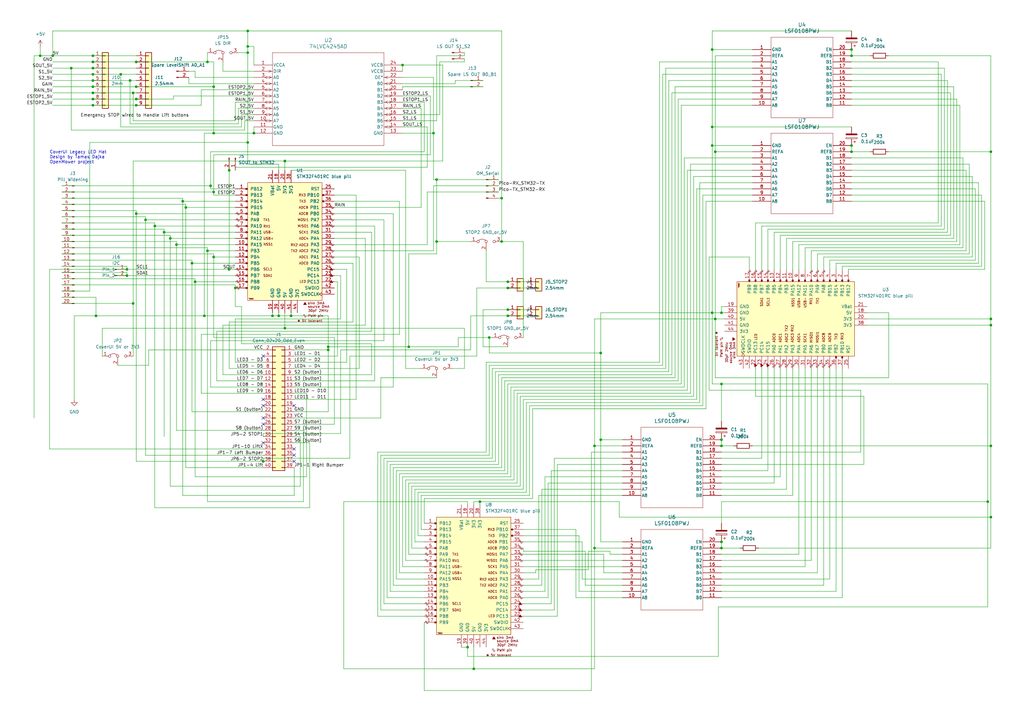
<source format=kicad_sch>
(kicad_sch (version 20231120) (generator "eeschema") (generator_version "8.0")
  (paper "A3")
  (junction (at 21.59 22.86))
  (junction (at 83.82 129.54))
  (junction (at 293.37 62.23))
  (junction (at 54.61 38.1))
  (junction (at 205.74 99.06))
  (junction (at 295.91 128.27))
  (junction (at 16.51 22.86))
  (junction (at 101.6 19.05))
  (junction (at 406.4 212.09))
  (junction (at 87.63 54.61))
  (junction (at 167.64 142.24))
  (junction (at 87.63 105.41))
  (junction (at 38.1 38.1))
  (junction (at 69.85 97.79))
  (junction (at 406.4 62.23))
  (junction (at 295.91 182.88))
  (junction (at 191.77 265.43))
  (junction (at 406.4 130.81))
  (junction (at 85.09 102.87))
  (junction (at 405.13 205.74))
  (junction (at 67.31 95.25))
  (junction (at 101.6 21.59))
  (junction (at 406.4 182.88))
  (junction (at 116.84 134.62))
  (junction (at 208.28 115.57))
  (junction (at 114.3 129.54))
  (junction (at 107.95 189.23))
  (junction (at 93.98 110.49))
  (junction (at 87.63 78.74))
  (junction (at 101.6 12.7))
  (junction (at 87.63 35.56))
  (junction (at 55.88 87.63))
  (junction (at 76.2 85.09))
  (junction (at 55.88 43.18))
  (junction (at 177.8 54.61))
  (junction (at 86.36 76.2))
  (junction (at 38.1 33.02))
  (junction (at 349.25 62.23))
  (junction (at 246.38 180.34))
  (junction (at 53.34 33.02))
  (junction (at 243.84 182.88))
  (junction (at 78.74 107.95))
  (junction (at 93.98 69.85))
  (junction (at 295.91 180.34))
  (junction (at 292.1 20.32))
  (junction (at 179.07 99.06))
  (junction (at 52.07 110.49))
  (junction (at 295.91 224.79))
  (junction (at 292.1 59.69))
  (junction (at 208.28 118.11))
  (junction (at 29.21 27.94))
  (junction (at 165.1 26.67))
  (junction (at 101.6 58.42))
  (junction (at 208.28 127))
  (junction (at 134.62 142.24))
  (junction (at 96.52 118.11))
  (junction (at 52.07 113.03))
  (junction (at 205.74 81.28))
  (junction (at 246.38 144.78))
  (junction (at 54.61 124.46))
  (junction (at 116.84 66.04))
  (junction (at 196.85 205.74))
  (junction (at 38.1 22.86))
  (junction (at 85.09 25.4))
  (junction (at 208.28 129.54))
  (junction (at 38.1 40.64))
  (junction (at 292.1 52.07))
  (junction (at 179.07 73.66))
  (junction (at 74.93 82.55))
  (junction (at 243.84 224.79))
  (junction (at 293.37 130.81))
  (junction (at 59.69 90.17))
  (junction (at 39.37 129.54))
  (junction (at 38.1 27.94))
  (junction (at 72.39 100.33))
  (junction (at 80.01 115.57))
  (junction (at 38.1 30.48))
  (junction (at 104.14 54.61))
  (junction (at 200.66 138.43))
  (junction (at 111.76 129.54))
  (junction (at 55.88 35.56))
  (junction (at 119.38 129.54))
  (junction (at 349.25 20.32))
  (junction (at 38.1 43.18))
  (junction (at 292.1 128.27))
  (junction (at 194.31 274.32))
  (junction (at 49.53 30.48))
  (junction (at 38.1 25.4))
  (junction (at 55.88 40.64))
  (junction (at 406.4 133.35))
  (junction (at 55.88 25.4))
  (junction (at 349.25 22.86))
  (junction (at 295.91 222.25))
  (junction (at 134.62 143.51))
  (junction (at 349.25 59.69))
  (junction (at 63.5 92.71))
  (junction (at 38.1 35.56))
  (junction (at 295.91 157.48))
  (no_connect (at 107.95 173.99))
  (no_connect (at 107.95 181.61))
  (no_connect (at 120.65 186.69))
  (no_connect (at 107.95 146.05))
  (no_connect (at 107.95 163.83))
  (no_connect (at 120.65 189.23))
  (no_connect (at 120.65 184.15))
  (no_connect (at 107.95 171.45))
  (no_connect (at 107.95 166.37))
  (no_connect (at 120.65 166.37))
  (wire (pts (xy 292.1 52.07) (xy 349.25 52.07)))
  (wire (pts (xy 152.4 95.25) (xy 152.4 135.89)))
  (wire (pts (xy 340.36 110.49) (xy 340.36 106.68)))
  (wire (pts (xy 165.1 49.53) (xy 179.07 49.53)))
  (wire (pts (xy 137.16 97.79) (xy 149.86 97.79)))
  (wire (pts (xy 101.6 21.59) (xy 101.6 58.42)))
  (wire (pts (xy 179.07 104.14) (xy 167.64 104.14)))
  (wire (pts (xy 295.91 234.95) (xy 335.28 234.95)))
  (wire (pts (xy 317.5 151.13) (xy 317.5 198.12)))
  (wire (pts (xy 279.4 157.48) (xy 208.28 157.48)))
  (wire (pts (xy 392.43 40.64) (xy 392.43 99.06)))
  (wire (pts (xy 349.25 40.64) (xy 392.43 40.64)))
  (wire (pts (xy 82.55 161.29) (xy 107.95 161.29)))
  (wire (pts (xy 287.02 74.93) (xy 287.02 165.1)))
  (wire (pts (xy 149.86 133.35) (xy 91.44 133.35)))
  (wire (pts (xy 116.84 66.04) (xy 116.84 69.85)))
  (wire (pts (xy 13.97 22.86) (xy 13.97 171.45)))
  (wire (pts (xy 406.4 130.81) (xy 406.4 133.35)))
  (wire (pts (xy 364.49 62.23) (xy 406.4 62.23)))
  (wire (pts (xy 295.91 125.73) (xy 295.91 128.27)))
  (wire (pts (xy 97.79 44.45) (xy 104.14 44.45)))
  (wire (pts (xy 120.65 148.59) (xy 142.24 148.59)))
  (wire (pts (xy 16.51 22.86) (xy 21.59 22.86)))
  (wire (pts (xy 82.55 36.83) (xy 104.14 36.83)))
  (wire (pts (xy 120.65 161.29) (xy 125.73 161.29)))
  (wire (pts (xy 21.59 30.48) (xy 38.1 30.48)))
  (wire (pts (xy 86.36 76.2) (xy 86.36 62.23)))
  (wire (pts (xy 46.99 113.03) (xy 52.07 113.03)))
  (wire (pts (xy 165.1 34.29) (xy 186.69 34.29)))
  (wire (pts (xy 214.63 252.73) (xy 228.6 252.73)))
  (wire (pts (xy 283.21 67.31) (xy 283.21 161.29)))
  (wire (pts (xy 289.56 82.55) (xy 308.61 82.55)))
  (wire (pts (xy 311.15 224.79) (xy 406.4 224.79)))
  (wire (pts (xy 355.6 128.27) (xy 364.49 128.27)))
  (wire (pts (xy 295.91 237.49) (xy 340.36 237.49)))
  (wire (pts (xy 166.37 69.85) (xy 166.37 151.13)))
  (wire (pts (xy 247.65 227.33) (xy 247.65 234.95)))
  (wire (pts (xy 388.62 95.25) (xy 388.62 33.02)))
  (wire (pts (xy 54.61 49.53) (xy 54.61 38.1)))
  (wire (pts (xy 190.5 25.4) (xy 190.5 24.13)))
  (wire (pts (xy 292.1 128.27) (xy 246.38 128.27)))
  (wire (pts (xy 327.66 227.33) (xy 327.66 151.13)))
  (wire (pts (xy 217.17 203.2) (xy 217.17 166.37)))
  (wire (pts (xy 38.1 43.18) (xy 55.88 43.18)))
  (wire (pts (xy 168.91 199.39) (xy 168.91 224.79)))
  (wire (pts (xy 96.52 118.11) (xy 96.52 125.73)))
  (wire (pts (xy 270.51 25.4) (xy 308.61 25.4)))
  (wire (pts (xy 52.07 109.22) (xy 52.07 110.49)))
  (wire (pts (xy 349.25 20.32) (xy 349.25 22.86)))
  (wire (pts (xy 55.88 189.23) (xy 107.95 189.23)))
  (wire (pts (xy 93.98 110.49) (xy 96.52 110.49)))
  (wire (pts (xy 55.88 35.56) (xy 87.63 35.56)))
  (wire (pts (xy 293.37 130.81) (xy 297.18 130.81)))
  (wire (pts (xy 288.29 80.01) (xy 308.61 80.01)))
  (wire (pts (xy 160.02 190.5) (xy 204.47 190.5)))
  (wire (pts (xy 80.01 29.21) (xy 77.47 29.21)))
  (wire (pts (xy 208.28 129.54) (xy 215.9 129.54)))
  (wire (pts (xy 203.2 152.4) (xy 203.2 189.23)))
  (wire (pts (xy 25.4 81.28) (xy 74.93 81.28)))
  (wire (pts (xy 179.07 49.53) (xy 179.07 22.86)))
  (wire (pts (xy 295.91 190.5) (xy 354.33 190.5)))
  (wire (pts (xy 275.59 38.1) (xy 308.61 38.1)))
  (wire (pts (xy 38.1 25.4) (xy 55.88 25.4)))
  (wire (pts (xy 240.03 226.06) (xy 240.03 240.03)))
  (wire (pts (xy 247.65 234.95) (xy 255.27 234.95)))
  (wire (pts (xy 100.33 49.53) (xy 104.14 49.53)))
  (wire (pts (xy 49.53 52.07) (xy 99.06 52.07)))
  (wire (pts (xy 173.99 227.33) (xy 167.64 227.33)))
  (wire (pts (xy 325.12 99.06) (xy 325.12 110.49)))
  (wire (pts (xy 139.7 177.8) (xy 139.7 143.51)))
  (wire (pts (xy 292.1 52.07) (xy 292.1 20.32)))
  (wire (pts (xy 96.52 68.58) (xy 96.52 69.85)))
  (wire (pts (xy 349.25 25.4) (xy 384.81 25.4)))
  (wire (pts (xy 214.63 200.66) (xy 214.63 163.83)))
  (wire (pts (xy 53.34 33.02) (xy 53.34 50.8)))
  (wire (pts (xy 116.84 134.62) (xy 190.5 134.62)))
  (wire (pts (xy 246.38 128.27) (xy 246.38 144.78)))
  (wire (pts (xy 400.05 106.68) (xy 400.05 77.47)))
  (wire (pts (xy 21.59 33.02) (xy 38.1 33.02)))
  (wire (pts (xy 208.28 115.57) (xy 215.9 115.57)))
  (wire (pts (xy 295.91 227.33) (xy 327.66 227.33)))
  (wire (pts (xy 295.91 185.42) (xy 353.06 185.42)))
  (wire (pts (xy 237.49 242.57) (xy 255.27 242.57)))
  (wire (pts (xy 137.16 113.03) (xy 139.7 113.03)))
  (wire (pts (xy 25.4 86.36) (xy 55.88 86.36)))
  (wire (pts (xy 287.02 74.93) (xy 308.61 74.93)))
  (wire (pts (xy 85.09 21.59) (xy 85.09 25.4)))
  (wire (pts (xy 137.16 90.17) (xy 157.48 90.17)))
  (wire (pts (xy 86.36 139.7) (xy 86.36 158.75)))
  (wire (pts (xy 308.61 27.94) (xy 273.05 27.94)))
  (wire (pts (xy 86.36 77.47) (xy 86.36 76.2)))
  (wire (pts (xy 177.8 31.75) (xy 177.8 54.61)))
  (wire (pts (xy 137.16 82.55) (xy 163.83 82.55)))
  (wire (pts (xy 295.91 222.25) (xy 295.91 224.79)))
  (wire (pts (xy 165.1 31.75) (xy 177.8 31.75)))
  (wire (pts (xy 285.75 77.47) (xy 285.75 163.83)))
  (wire (pts (xy 177.8 76.2) (xy 204.47 76.2)))
  (wire (pts (xy 177.8 73.66) (xy 179.07 73.66)))
  (wire (pts (xy 82.55 137.16) (xy 82.55 161.29)))
  (wire (pts (xy 85.09 25.4) (xy 87.63 25.4)))
  (wire (pts (xy 288.29 166.37) (xy 288.29 80.01)))
  (wire (pts (xy 156.21 250.19) (xy 173.99 250.19)))
  (wire (pts (xy 29.21 53.34) (xy 100.33 53.34)))
  (wire (pts (xy 96.52 115.57) (xy 80.01 115.57)))
  (wire (pts (xy 157.48 187.96) (xy 201.93 187.96)))
  (wire (pts (xy 349.25 82.55) (xy 403.86 82.55)))
  (wire (pts (xy 137.16 107.95) (xy 144.78 107.95)))
  (wire (pts (xy 60.96 149.86) (xy 48.26 149.86)))
  (wire (pts (xy 172.72 44.45) (xy 172.72 85.09)))
  (wire (pts (xy 255.27 187.96) (xy 227.33 187.96)))
  (wire (pts (xy 165.1 26.67) (xy 181.61 26.67)))
  (wire (pts (xy 36.83 58.42) (xy 101.6 58.42)))
  (wire (pts (xy 41.91 134.62) (xy 41.91 146.05)))
  (wire (pts (xy 137.16 80.01) (xy 146.05 80.01)))
  (wire (pts (xy 176.53 39.37) (xy 176.53 63.5)))
  (wire (pts (xy 25.4 114.3) (xy 80.01 114.3)))
  (wire (pts (xy 80.01 29.21) (xy 80.01 31.75)))
  (wire (pts (xy 403.86 82.55) (xy 403.86 110.49)))
  (wire (pts (xy 220.98 237.49) (xy 220.98 203.2)))
  (wire (pts (xy 198.12 142.24) (xy 198.12 127)))
  (wire (pts (xy 97.79 50.8) (xy 97.79 44.45)))
  (wire (pts (xy 93.98 132.08) (xy 93.98 151.13)))
  (wire (pts (xy 163.83 82.55) (xy 163.83 137.16)))
  (wire (pts (xy 393.7 100.33) (xy 393.7 43.18)))
  (wire (pts (xy 289.56 167.64) (xy 218.44 167.64)))
  (wire (pts (xy 166.37 151.13) (xy 172.72 151.13)))
  (wire (pts (xy 149.86 97.79) (xy 149.86 133.35)))
  (wire (pts (xy 295.91 182.88) (xy 300.99 182.88)))
  (wire (pts (xy 63.5 92.71) (xy 63.5 208.28)))
  (wire (pts (xy 49.53 30.48) (xy 55.88 30.48)))
  (wire (pts (xy 198.12 127) (xy 208.28 127)))
  (wire (pts (xy 120.65 163.83) (xy 146.05 163.83)))
  (wire (pts (xy 38.1 38.1) (xy 54.61 38.1)))
  (wire (pts (xy 134.62 168.91) (xy 120.65 168.91)))
  (wire (pts (xy 312.42 110.49) (xy 312.42 92.71)))
  (wire (pts (xy 406.4 133.35) (xy 406.4 182.88)))
  (wire (pts (xy 16.51 19.05) (xy 16.51 22.86)))
  (wire (pts (xy 222.25 240.03) (xy 214.63 240.03)))
  (wire (pts (xy 38.1 40.64) (xy 55.88 40.64)))
  (wire (pts (xy 101.6 19.05) (xy 104.14 19.05)))
  (wire (pts (xy 255.27 224.79) (xy 243.84 224.79)))
  (wire (pts (xy 214.63 237.49) (xy 220.98 237.49)))
  (wire (pts (xy 292.1 128.27) (xy 292.1 157.48)))
  (wire (pts (xy 330.2 101.6) (xy 394.97 101.6)))
  (wire (pts (xy 80.01 31.75) (xy 104.14 31.75)))
  (wire (pts (xy 246.38 180.34) (xy 255.27 180.34)))
  (wire (pts (xy 270.51 148.59) (xy 270.51 25.4)))
  (wire (pts (xy 276.86 154.94) (xy 205.74 154.94)))
  (wire (pts (xy 38.1 30.48) (xy 49.53 30.48)))
  (wire (pts (xy 177.8 76.2) (xy 177.8 102.87)))
  (wire (pts (xy 236.22 217.17) (xy 236.22 245.11)))
  (wire (pts (xy 295.91 242.57) (xy 342.9 242.57)))
  (wire (pts (xy 127 208.28) (xy 63.5 208.28)))
  (wire (pts (xy 179.07 99.06) (xy 179.07 73.66)))
  (wire (pts (xy 76.2 85.09) (xy 96.52 85.09)))
  (wire (pts (xy 77.47 31.75) (xy 77.47 34.29)))
  (wire (pts (xy 87.63 25.4) (xy 87.63 35.56)))
  (wire (pts (xy 158.75 189.23) (xy 158.75 245.11)))
  (wire (pts (xy 201.93 151.13) (xy 273.05 151.13)))
  (wire (pts (xy 67.31 95.25) (xy 67.31 179.07)))
  (wire (pts (xy 271.78 30.48) (xy 308.61 30.48)))
  (wire (pts (xy 87.63 105.41) (xy 87.63 138.43)))
  (wire (pts (xy 200.66 144.78) (xy 246.38 144.78)))
  (wire (pts (xy 134.62 143.51) (xy 134.62 168.91)))
  (wire (pts (xy 107.95 148.59) (xy 96.52 148.59)))
  (wire (pts (xy 80.01 195.58) (xy 125.73 195.58)))
  (wire (pts (xy 213.36 199.39) (xy 168.91 199.39)))
  (wire (pts (xy 49.53 30.48) (xy 49.53 52.07)))
  (wire (pts (xy 107.95 187.96) (xy 107.95 189.23)))
  (wire (pts (xy 165.1 44.45) (xy 172.72 44.45)))
  (wire (pts (xy 204.47 153.67) (xy 275.59 153.67)))
  (wire (pts (xy 349.25 67.31) (xy 397.51 67.31)))
  (wire (pts (xy 322.58 151.13) (xy 322.58 200.66)))
  (wire (pts (xy 101.6 19.05) (xy 101.6 21.59)))
  (wire (pts (xy 190.5 22.86) (xy 190.5 21.59)))
  (wire (pts (xy 349.25 33.02) (xy 388.62 33.02)))
  (wire (pts (xy 205.74 154.94) (xy 205.74 191.77)))
  (wire (pts (xy 355.6 133.35) (xy 406.4 133.35)))
  (wire (pts (xy 320.04 195.58) (xy 320.04 151.13)))
  (wire (pts (xy 71.12 39.37) (xy 71.12 40.64)))
  (wire (pts (xy 403.86 110.49) (xy 347.98 110.49)))
  (wire (pts (xy 147.32 105.41) (xy 147.32 151.13)))
  (wire (pts (xy 308.61 182.88) (xy 406.4 182.88)))
  (wire (pts (xy 120.65 151.13) (xy 147.32 151.13)))
  (wire (pts (xy 384.81 91.44) (xy 309.88 91.44)))
  (wire (pts (xy 55.88 43.18) (xy 82.55 43.18)))
  (wire (pts (xy 87.63 63.5) (xy 176.53 63.5)))
  (wire (pts (xy 21.59 38.1) (xy 38.1 38.1)))
  (wire (pts (xy 274.32 33.02) (xy 308.61 33.02)))
  (wire (pts (xy 349.25 27.94) (xy 387.35 27.94)))
  (wire (pts (xy 78.74 107.95) (xy 78.74 168.91)))
  (wire (pts (xy 292.1 59.69) (xy 292.1 52.07)))
  (wire (pts (xy 210.82 160.02) (xy 210.82 196.85)))
  (wire (pts (xy 171.45 219.71) (xy 173.99 219.71)))
  (wire (pts (xy 21.59 27.94) (xy 29.21 27.94)))
  (wire (pts (xy 203.2 189.23) (xy 158.75 189.23)))
  (wire (pts (xy 240.03 240.03) (xy 255.27 240.03)))
  (wire (pts (xy 140.97 274.32) (xy 194.31 274.32)))
  (wire (pts (xy 179.07 154.94) (xy 156.21 154.94)))
  (wire (pts (xy 308.61 35.56) (xy 276.86 35.56)))
  (wire (pts (xy 179.07 99.06) (xy 179.07 104.14)))
  (wire (pts (xy 274.32 33.02) (xy 274.32 152.4)))
  (wire (pts (xy 214.63 229.87) (xy 255.27 229.87)))
  (wire (pts (xy 237.49 219.71) (xy 214.63 219.71)))
  (wire (pts (xy 157.48 247.65) (xy 157.48 187.96)))
  (wire (pts (xy 314.96 151.13) (xy 314.96 193.04)))
  (wire (pts (xy 349.25 72.39) (xy 398.78 72.39)))
  (wire (pts (xy 227.33 250.19) (xy 214.63 250.19)))
  (wire (pts (xy 349.25 59.69) (xy 349.25 62.23)))
  (wire (pts (xy 96.52 116.84) (xy 96.52 118.11)))
  (wire (pts (xy 173.99 222.25) (xy 170.18 222.25)))
  (wire (pts (xy 168.91 224.79) (xy 173.99 224.79)))
  (wire (pts (xy 387.35 93.98) (xy 314.96 93.98)))
  (wire (pts (xy 405.13 157.48) (xy 405.13 205.74)))
  (wire (pts (xy 180.34 46.99) (xy 180.34 25.4)))
  (wire (pts (xy 175.26 68.58) (xy 175.26 52.07)))
  (wire (pts (xy 349.25 30.48) (xy 386.08 30.48)))
  (wire (pts (xy 25.4 109.22) (xy 52.07 109.22)))
  (wire (pts (xy 156.21 186.69) (xy 156.21 250.19)))
  (wire (pts (xy 330.2 110.49) (xy 330.2 101.6)))
  (wire (pts (xy 154.94 252.73) (xy 154.94 185.42)))
  (wire (pts (xy 295.91 187.96) (xy 312.42 187.96)))
  (wire (pts (xy 207.01 193.04) (xy 207.01 156.21)))
  (wire (pts (xy 21.59 22.86) (xy 21.59 12.7)))
  (wire (pts (xy 214.63 232.41) (xy 255.27 232.41)))
  (wire (pts (xy 254 205.74) (xy 254 212.09)))
  (wire (pts (xy 214.63 234.95) (xy 219.71 234.95)))
  (wire (pts (xy 156.21 154.94) (xy 156.21 171.45)))
  (wire (pts (xy 240.03 226.06) (xy 214.63 226.06)))
  (wire (pts (xy 144.78 132.08) (xy 93.98 132.08)))
  (wire (pts (xy 278.13 40.64) (xy 308.61 40.64)))
  (wire (pts (xy 349.25 38.1) (xy 389.89 38.1)))
  (wire (pts (xy 386.08 30.48) (xy 386.08 92.71)))
  (wire (pts (xy 243.84 182.88) (xy 243.84 224.79)))
  (wire (pts (xy 242.57 185.42) (xy 255.27 185.42)))
  (wire (pts (xy 114.3 69.85) (xy 114.3 67.31)))
  (wire (pts (xy 271.78 30.48) (xy 271.78 149.86)))
  (wire (pts (xy 96.52 49.53) (xy 54.61 49.53)))
  (wire (pts (xy 30.48 129.54) (xy 39.37 129.54)))
  (wire (pts (xy 30.48 129.54) (xy 30.48 163.83)))
  (wire (pts (xy 220.98 203.2) (xy 255.27 203.2)))
  (wire (pts (xy 297.18 125.73) (xy 295.91 125.73)))
  (wire (pts (xy 349.25 22.86) (xy 356.87 22.86)))
  (wire (pts (xy 236.22 245.11) (xy 255.27 245.11)))
  (wire (pts (xy 241.3 233.68) (xy 219.71 233.68)))
  (wire (pts (xy 290.83 160.02) (xy 353.06 160.02)))
  (wire (pts (xy 134.62 142.24) (xy 134.62 129.54)))
  (wire (pts (xy 173.99 62.23) (xy 86.36 62.23)))
  (wire (pts (xy 173.99 232.41) (xy 165.1 232.41)))
  (wire (pts (xy 158.75 245.11) (xy 173.99 245.11)))
  (wire (pts (xy 99.06 125.73) (xy 99.06 140.97)))
  (wire (pts (xy 13.97 22.86) (xy 16.51 22.86)))
  (wire (pts (xy 21.59 35.56) (xy 38.1 35.56)))
  (wire (pts (xy 85.09 101.6) (xy 85.09 102.87)))
  (wire (pts (xy 200.66 138.43) (xy 187.96 138.43)))
  (wire (pts (xy 54.61 66.04) (xy 54.61 124.46)))
  (wire (pts (xy 217.17 166.37) (xy 288.29 166.37)))
  (wire (pts (xy 228.6 190.5) (xy 228.6 252.73)))
  (wire (pts (xy 78.74 168.91) (xy 107.95 168.91)))
  (wire (pts (xy 349.25 64.77) (xy 394.97 64.77)))
  (wire (pts (xy 88.9 135.89) (xy 88.9 156.21)))
  (wire (pts (xy 25.4 116.84) (xy 96.52 116.84)))
  (wire (pts (xy 208.28 127) (xy 215.9 127)))
  (wire (pts (xy 207.01 156.21) (xy 278.13 156.21)))
  (wire (pts (xy 273.05 27.94) (xy 273.05 151.13)))
  (wire (pts (xy 340.36 106.68) (xy 400.05 106.68)))
  (wire (pts (xy 219.71 234.95) (xy 219.71 233.68)))
  (wire (pts (xy 401.32 107.95) (xy 342.9 107.95)))
  (wire (pts (xy 289.56 82.55) (xy 289.56 167.64)))
  (wire (pts (xy 125.73 195.58) (xy 125.73 161.29)))
  (wire (pts (xy 99.06 52.07) (xy 99.06 46.99)))
  (wire (pts (xy 317.5 95.25) (xy 388.62 95.25)))
  (wire (pts (xy 124.46 205.74) (xy 124.46 176.53)))
  (wire (pts (xy 137.16 105.41) (xy 147.32 105.41)))
  (wire (pts (xy 205.74 191.77) (xy 161.29 191.77)))
  (wire (pts (xy 322.58 97.79) (xy 391.16 97.79)))
  (wire (pts (xy 308.61 22.86) (xy 293.37 22.86)))
  (wire (pts (xy 175.26 78.74) (xy 175.26 100.33)))
  (wire (pts (xy 397.51 67.31) (xy 397.51 104.14)))
  (wire (pts (xy 214.63 217.17) (xy 236.22 217.17)))
  (wire (pts (xy 54.61 124.46) (xy 54.61 146.05)))
  (wire (pts (xy 101.6 12.7) (xy 101.6 19.05)))
  (wire (pts (xy 195.58 118.11) (xy 195.58 146.05)))
  (wire (pts (xy 162.56 193.04) (xy 207.01 193.04)))
  (wire (pts (xy 195.58 118.11) (xy 208.28 118.11)))
  (wire (pts (xy 181.61 66.04) (xy 181.61 26.67)))
  (wire (pts (xy 25.4 88.9) (xy 59.69 88.9)))
  (wire (pts (xy 354.33 162.56) (xy 354.33 190.5)))
  (wire (pts (xy 335.28 151.13) (xy 335.28 234.95)))
  (wire (pts (xy 77.47 34.29) (xy 104.14 34.29)))
  (wire (pts (xy 120.65 181.61) (xy 127 181.61)))
  (wire (pts (xy 218.44 204.47) (xy 173.99 204.47)))
  (wire (pts (xy 160.02 242.57) (xy 160.02 190.5)))
  (wire (pts (xy 52.07 110.49) (xy 93.98 110.49)))
  (wire (pts (xy 170.18 200.66) (xy 214.63 200.66)))
  (wire (pts (xy 59.69 90.17) (xy 59.69 186.69)))
  (wire (pts (xy 212.09 198.12) (xy 212.09 161.29)))
  (wire (pts (xy 190.5 151.13) (xy 185.42 151.13)))
  (wire (pts (xy 59.69 90.17) (xy 96.52 90.17)))
  (wire (pts (xy 308.61 77.47) (xy 285.75 77.47)))
  (wire (pts (xy 191.77 265.43) (xy 191.77 269.24)))
  (wire (pts (xy 165.1 39.37) (xy 176.53 39.37)))
  (wire (pts (xy 161.29 87.63) (xy 161.29 158.75)))
  (wire (pts (xy 284.48 72.39) (xy 284.48 162.56)))
  (wire (pts (xy 292.1 20.32) (xy 292.1 12.7)))
  (wire (pts (xy 337.82 151.13) (xy 337.82 240.03)))
  (wire (pts (xy 332.74 229.87) (xy 332.74 151.13)))
  (wire (pts (xy 204.47 81.28) (xy 205.74 81.28)))
  (wire (pts (xy 327.66 110.49) (xy 327.66 100.33)))
  (wire (pts (xy 281.94 160.02) (xy 210.82 160.02)))
  (wire (pts (xy 295.91 128.27) (xy 292.1 128.27)))
  (wire (pts (xy 101.6 67.31) (xy 114.3 67.31)))
  (wire (pts (xy 294.64 269.24) (xy 294.64 248.92)))
  (wire (pts (xy 349.25 80.01) (xy 402.59 80.01)))
  (wire (pts (xy 179.07 73.66) (xy 204.47 73.66)))
  (wire (pts (xy 275.59 153.67) (xy 275.59 38.1)))
  (wire (pts (xy 96.52 130.81) (xy 96.52 148.59)))
  (wire (pts (xy 281.94 69.85) (xy 281.94 160.02)))
  (wire (pts (xy 96.52 125.73) (xy 99.06 125.73)))
  (wire (pts (xy 349.25 35.56) (xy 391.16 35.56)))
  (wire (pts (xy 137.16 173.99) (xy 120.65 173.99)))
  (wire (pts (xy 241.3 226.06) (xy 250.19 226.06)))
  (wire (pts (xy 212.09 161.29) (xy 283.21 161.29)))
  (wire (pts (xy 39.37 121.92) (xy 39.37 129.54)))
  (wire (pts (xy 76.2 83.82) (xy 76.2 85.09)))
  (wire (pts (xy 72.39 100.33) (xy 72.39 176.53)))
  (wire (pts (xy 120.65 158.75) (xy 161.29 158.75)))
  (wire (pts (xy 398.78 72.39) (xy 398.78 105.41)))
  (wire (pts (xy 63.5 92.71) (xy 96.52 92.71)))
  (wire (pts (xy 402.59 109.22) (xy 402.59 80.01)))
  (wire (pts (xy 349.25 43.18) (xy 393.7 43.18)))
  (wire (pts (xy 20.32 110.49) (xy 20.32 184.15)))
  (wire (pts (xy 25.4 96.52) (xy 69.85 96.52)))
  (wire (pts (xy 293.37 130.81) (xy 293.37 154.94)))
  (wire (pts (xy 166.37 196.85) (xy 166.37 229.87)))
  (wire (pts (xy 153.67 156.21) (xy 153.67 92.71)))
  (wire (pts (xy 276.86 35.56) (xy 276.86 154.94)))
  (wire (pts (xy 364.49 154.94) (xy 364.49 128.27)))
  (wire (pts (xy 88.9 135.89) (xy 152.4 135.89)))
  (wire (pts (xy 394.97 101.6) (xy 394.97 64.77)))
  (wire (pts (xy 85.09 102.87) (xy 96.52 102.87)))
  (wire (pts (xy 116.84 128.27) (xy 116.84 134.62)))
  (wire (pts (xy 93.98 69.85) (xy 93.98 68.58)))
  (wire (pts (xy 29.21 53.34) (xy 29.21 27.94)))
  (wire (pts (xy 69.85 199.39) (xy 123.19 199.39)))
  (wire (pts (xy 38.1 27.94) (xy 55.88 27.94)))
  (wire (pts (xy 78.74 106.68) (xy 78.74 107.95)))
  (wire (pts (xy 327.66 100.33) (xy 393.7 100.33)))
  (wire (pts (xy 87.63 35.56) (xy 87.63 54.61)))
  (wire (pts (xy 175.26 78.74) (xy 204.47 78.74)))
  (wire (pts (xy 246.38 144.78) (xy 246.38 180.34)))
  (wire (pts (xy 224.79 198.12) (xy 224.79 245.11)))
  (wire (pts (xy 250.19 227.33) (xy 250.19 226.06)))
  (wire (pts (xy 60.96 143.51) (xy 107.95 143.51)))
  (wire (pts (xy 163.83 234.95) (xy 173.99 234.95)))
  (wire (pts (xy 295.91 205.74) (xy 405.13 205.74)))
  (wire (pts (xy 191.77 205.74) (xy 140.97 205.74)))
  (wire (pts (xy 41.91 134.62) (xy 116.84 134.62)))
  (wire (pts (xy 292.1 59.69) (xy 308.61 59.69)))
  (wire (pts (xy 76.2 191.77) (xy 107.95 191.77)))
  (wire (pts (xy 55.88 86.36) (xy 55.88 87.63)))
  (wire (pts (xy 400.05 77.47) (xy 349.25 77.47)))
  (wire (pts (xy 119.38 129.54) (xy 114.3 129.54)))
  (wire (pts (xy 292.1 12.7) (xy 349.25 12.7)))
  (wire (pts (xy 138.43 115.57) (xy 138.43 146.05)))
  (wire (pts (xy 209.55 158.75) (xy 280.67 158.75)))
  (wire (pts (xy 345.44 151.13) (xy 345.44 245.11)))
  (wire (pts (xy 214.63 226.06) (xy 214.63 224.79)))
  (wire (pts (xy 25.4 101.6) (xy 85.09 101.6)))
  (wire (pts (xy 295.91 232.41) (xy 330.2 232.41)))
  (wire (pts (xy 295.91 224.79) (xy 303.53 224.79)))
  (wire (pts (xy 134.62 142.24) (xy 134.62 143.51)))
  (wire (pts (xy 86.36 158.75) (xy 107.95 158.75)))
  (wire (pts (xy 91.44 25.4) (xy 91.44 29.21)))
  (wire (pts (xy 210.82 196.85) (xy 166.37 196.85)))
  (wire (pts (xy 143.51 187.96) (xy 143.51 146.05)))
  (wire (pts (xy 54.61 38.1) (xy 55.88 38.1)))
  (wire (pts (xy 167.64 227.33) (xy 167.64 198.12)))
  (wire (pts (xy 87.63 104.14) (xy 87.63 105.41)))
  (wire (pts (xy 389.89 96.52) (xy 389.89 38.1)))
  (wire (pts (xy 295.91 193.04) (xy 314.96 193.04)))
  (wire (pts (xy 134.62 129.54) (xy 119.38 129.54)))
  (wire (pts (xy 88.9 156.21) (xy 107.95 156.21)))
  (wire (pts (xy 180.34 25.4) (xy 190.5 25.4)))
  (wire (pts (xy 335.28 104.14) (xy 397.51 104.14)))
  (wire (pts (xy 227.33 187.96) (xy 227.33 250.19)))
  (wire (pts (xy 295.91 195.58) (xy 320.04 195.58)))
  (wire (pts (xy 107.95 187.96) (xy 143.51 187.96)))
  (wire (pts (xy 74.93 81.28) (xy 74.93 82.55)))
  (wire (pts (xy 21.59 40.64) (xy 38.1 40.64)))
  (wire (pts (xy 163.83 194.31) (xy 163.83 234.95)))
  (wire (pts (xy 215.9 165.1) (xy 215.9 201.93)))
  (wire (pts (xy 255.27 190.5) (xy 228.6 190.5)))
  (wire (pts (xy 96.52 130.81) (xy 139.7 130.81)))
  (wire (pts (xy 55.88 87.63) (xy 96.52 87.63)))
  (wire (pts (xy 91.44 29.21) (xy 104.14 29.21)))
  (wire (pts (xy 280.67 64.77) (xy 308.61 64.77)))
  (wire (pts (xy 91.44 133.35) (xy 91.44 153.67)))
  (wire (pts (xy 166.37 229.87) (xy 173.99 229.87)))
  (wire (pts (xy 139.7 143.51) (xy 193.04 143.51)))
  (wire (pts (xy 292.1 20.32) (xy 308.61 20.32)))
  (wire (pts (xy 295.91 157.48) (xy 405.13 157.48)))
  (wire (pts (xy 59.69 88.9) (xy 59.69 90.17)))
  (wire (pts (xy 387.35 27.94) (xy 387.35 93.98)))
  (wire (pts (xy 332.74 102.87) (xy 332.74 110.49)))
  (wire (pts (xy 104.14 19.05) (xy 104.14 26.67)))
  (wire (pts (xy 83.82 129.54) (xy 111.76 129.54)))
  (wire (pts (xy 173.99 247.65) (xy 157.48 247.65)))
  (wire (pts (xy 119.38 128.27) (xy 119.38 129.54)))
  (wire (pts (xy 97.79 21.59) (xy 101.6 21.59)))
  (wire (pts (xy 74.93 203.2) (xy 120.65 203.2)))
  (wire (pts (xy 226.06 193.04) (xy 255.27 193.04)))
  (wire (pts (xy 25.4 99.06) (xy 72.39 99.06)))
  (wire (pts (xy 243.84 130.81) (xy 243.84 182.88)))
  (wire (pts (xy 218.44 167.64) (xy 218.44 204.47)))
  (wire (pts (xy 293.37 62.23) (xy 308.61 62.23)))
  (wire (pts (xy 335.28 110.49) (xy 335.28 104.14)))
  (wire (pts (xy 337.82 105.41) (xy 337.82 110.49)))
  (wire (pts (xy 25.4 111.76) (xy 52.07 111.76)))
  (wire (pts (xy 53.34 50.8) (xy 97.79 50.8)))
  (wire (pts (xy 279.4 43.18) (xy 279.4 157.48)))
  (wire (pts (xy 101.6 58.42) (xy 101.6 67.31)))
  (wire (pts (xy 199.39 185.42) (xy 199.39 148.59)))
  (wire (pts (xy 309.88 162.56) (xy 309.88 151.13)))
  (wire (pts (xy 187.96 138.43) (xy 187.96 142.24)))
  (wire (pts (xy 165.1 195.58) (xy 209.55 195.58)))
  (wire (pts (xy 72.39 100.33) (xy 96.52 100.33)))
  (wire (pts (xy 401.32 74.93) (xy 401.32 107.95)))
  (wire (pts (xy 389.89 96.52) (xy 320.04 96.52)))
  (wire (pts (xy 137.16 87.63) (xy 161.29 87.63)))
  (wire (pts (xy 55.88 87.63) (xy 55.88 189.23)))
  (wire (pts (xy 191.77 269.24) (xy 294.64 269.24)))
  (wire (pts (xy 342.9 107.95) (xy 342.9 110.49)))
  (wire (pts (xy 320.04 96.52) (xy 320.04 110.49)))
  (wire (pts (xy 293.37 154.94) (xy 364.49 154.94)))
  (wire (pts (xy 199.39 148.59) (xy 270.51 148.59)))
  (wire (pts (xy 342.9 242.57) (xy 342.9 151.13)))
  (wire (pts (xy 25.4 106.68) (xy 78.74 106.68)))
  (wire (pts (xy 172.72 85.09) (xy 137.16 85.09)))
  (wire (pts (xy 21.59 22.86) (xy 38.1 22.86)))
  (wire (pts (xy 25.4 76.2) (xy 86.36 76.2)))
  (wire (pts (xy 25.4 83.82) (xy 76.2 83.82)))
  (wire (pts (xy 25.4 124.46) (xy 54.61 124.46)))
  (wire (pts (xy 177.8 73.66) (xy 177.8 54.61)))
  (wire (pts (xy 55.88 25.4) (xy 85.09 25.4)))
  (wire (pts (xy 191.77 207.01) (xy 191.77 205.74)))
  (wire (pts (xy 127 181.61) (xy 127 208.28)))
  (wire (pts (xy 406.4 62.23) (xy 406.4 130.81)))
  (wire (pts (xy 196.85 205.74) (xy 196.85 207.01)))
  (wire (pts (xy 107.95 177.8) (xy 139.7 177.8)))
  (wire (pts (xy 87.63 78.74) (xy 87.63 80.01)))
  (wire (pts (xy 107.95 177.8) (xy 107.95 179.07)))
  (wire (pts (xy 38.1 33.02) (xy 53.34 33.02)))
  (wire (pts (xy 293.37 22.86) (xy 293.37 62.23)))
  (wire (pts (xy 171.45 201.93) (xy 171.45 219.71)))
  (wire (pts (xy 154.94 185.42) (xy 199.39 185.42)))
  (wire (pts (xy 200.66 186.69) (xy 156.21 186.69)))
  (wire (pts (xy 156.21 171.45) (xy 120.65 171.45)))
  (wire (pts (xy 137.16 115.57) (xy 138.43 115.57)))
  (wire (pts (xy 312.42 92.71) (xy 386.08 92.71)))
  (wire (pts (xy 295.91 205.74) (xy 295.91 214.63)))
  (wire (pts (xy 175.26 68.58) (xy 96.52 68.58)))
  (wire (pts (xy 255.27 227.33) (xy 250.19 227.33)))
  (wire (pts (xy 71.12 39.37) (xy 104.14 39.37)))
  (wire (pts (xy 165.1 26.67) (xy 165.1 29.21)))
  (wire (pts (xy 119.38 69.85) (xy 166.37 69.85)))
  (wire (pts (xy 86.36 139.7) (xy 157.48 139.7)))
  (wire (pts (xy 295.91 198.12) (xy 317.5 198.12)))
  (wire (pts (xy 74.93 82.55) (xy 74.93 203.2)))
  (wire (pts (xy 198.12 33.02) (xy 186.69 33.02)))
  (wire (pts (xy 60.96 143.51) (xy 60.96 149.86)))
  (wire (pts (xy 72.39 176.53) (xy 107.95 176.53)))
  (wire (pts (xy 21.59 43.18) (xy 38.1 43.18)))
  (wire (pts (xy 173.99 237.49) (xy 162.56 237.49)))
  (wire (pts (xy 134.62 142.24) (xy 167.64 142.24)))
  (wire (pts (xy 199.39 115.57) (xy 208.28 115.57)))
  (wire (pts (xy 405.13 248.92) (xy 405.13 205.74)))
  (wire (pts (xy 322.58 110.49) (xy 322.58 97.79)))
  (wire (pts (xy 69.85 97.79) (xy 69.85 199.39)))
  (wire (pts (xy 173.99 204.47) (xy 173.99 214.63)))
  (wire (pts (xy 173.99 283.21) (xy 242.57 283.21)))
  (wire (pts (xy 25.4 91.44) (xy 63.5 91.44)))
  (wire (pts (xy 325.12 203.2) (xy 325.12 151.13)))
  (wire (pts (xy 396.24 102.87) (xy 332.74 102.87)))
  (wire (pts (xy 87.63 54.61) (xy 104.14 54.61)))
  (wire (pts (xy 167.64 142.24) (xy 187.96 142.24)))
  (wire (pts (xy 208.28 157.48) (xy 208.28 194.31)))
  (wire (pts (xy 52.07 110.49) (xy 20.32 110.49)))
  (wire (pts (xy 52.07 111.76) (xy 52.07 113.03)))
  (wire (pts (xy 406.4 212.09) (xy 406.4 224.79)))
  (wire (pts (xy 295.91 157.48) (xy 295.91 172.72)))
  (wire (pts (xy 243.84 274.32) (xy 243.84 224.79)))
  (wire (pts (xy 317.5 110.49) (xy 317.5 95.25)))
  (wire (pts (xy 165.1 35.56) (xy 165.1 36.83)))
  (wire (pts (xy 274.32 152.4) (xy 203.2 152.4)))
  (wire (pts (xy 72.39 99.06) (xy 72.39 100.33)))
  (wire (pts (xy 173.99 255.27) (xy 173.99 283.21)))
  (wire (pts (xy 392.43 99.06) (xy 325.12 99.06)))
  (wire (pts (xy 224.79 245.11) (xy 214.63 245.11)))
  (wire (pts (xy 345.44 110.49) (xy 345.44 109.22)))
  (wire (pts (xy 292.1 59.69) (xy 292.1 128.27)))
  (wire (pts (xy 355.6 130.81) (xy 406.4 130.81)))
  (wire (pts (xy 308.61 67.31) (xy 283.21 67.31)))
  (wire (pts (xy 20.32 184.15) (xy 107.95 184.15)))
  (wire (pts (xy 165.1 41.91) (xy 173.99 41.91)))
  (wire (pts (xy 215.9 201.93) (xy 171.45 201.93)))
  (wire (pts (xy 120.65 203.2) (xy 120.65 191.77)))
  (wire (pts (xy 194.31 207.01) (xy 194.31 205.74)))
  (wire (pts (xy 194.31 274.32) (xy 194.31 265.43)))
  (wire (pts (xy 53.34 33.02) (xy 55.88 33.02)))
  (wire (pts (xy 214.63 242.57) (xy 223.52 242.57)))
  (wire (pts (xy 314.96 93.98) (xy 314.96 110.49)))
  (wire (pts (xy 116.84 66.04) (xy 54.61 66.04)))
  (wire (pts (xy 93.98 110.49) (xy 93.98 69.85)))
  (wire (pts (xy 21.59 25.4) (xy 38.1 25.4)))
  (wire (pts (xy 214.63 222.25) (xy 238.76 222.25)))
  (wire (pts (xy 96.52 41.91) (xy 104.14 41.91)))
  (wire (pts (xy 226.06 247.65) (xy 226.06 193.04)))
  (wire (pts (xy 194.31 205.74) (xy 196.85 205.74)))
  (wire (pts (xy 80.01 115.57) (xy 80.01 195.58)))
  (wire (pts (xy 295.91 180.34) (xy 295.91 182.88)))
  (wire (pts (xy 214.63 99.06) (xy 214.63 138.43)))
  (wire (pts (xy 213.36 162.56) (xy 213.36 199.39)))
  (wire (pts (xy 38.1 22.86) (xy 55.88 22.86)))
  (wire (pts (xy 63.5 91.44) (xy 63.5 92.71)))
  (wire (pts (xy 214.63 247.65) (xy 226.06 247.65)))
  (wire (pts (xy 123.19 179.07) (xy 120.65 179.07)))
  (wire (pts (xy 69.85 96.52) (xy 69.85 97.79)))
  (wire (pts (xy 74.93 82.55) (xy 96.52 82.55)))
  (wire (pts (xy 246.38 222.25) (xy 255.27 222.25)))
  (wire (pts (xy 137.16 95.25) (xy 152.4 95.25)))
  (wire (pts (xy 214.63 163.83) (xy 285.75 163.83)))
  (wire (pts (xy 137.16 100.33) (xy 175.26 100.33)))
  (wire (pts (xy 284.48 72.39) (xy 308.61 72.39)))
  (wire (pts (xy 198.12 35.56) (xy 165.1 35.56)))
  (wire (pts (xy 214.63 227.33) (xy 247.65 227.33)))
  (wire (pts (xy 123.19 199.39) (xy 123.19 179.07)))
  (wire (pts (xy 83.82 129.54) (xy 83.82 54.61)))
  (wire (pts (xy 114.3 128.27) (xy 114.3 129.54)))
  (wire (pts (xy 173.99 41.91) (xy 173.99 62.23)))
  (wire (pts (xy 83.82 54.61) (xy 87.63 54.61)))
  (wire (pts (xy 307.34 105.41) (xy 290.83 105.41)))
  (wire (pts (xy 200.66 138.43) (xy 200.66 144.78)))
  (wire (pts (xy 173.99 217.17) (xy 172.72 217.17)))
  (wire (pts (xy 69.85 97.79) (xy 96.52 97.79)))
  (wire (pts (xy 280.67 158.75) (xy 280.67 64.77)))
  (wire (pts (xy 91.44 153.67) (xy 107.95 153.67)))
  (wire (pts (xy 200.66 149.86) (xy 200.66 186.69)))
  (wire (pts (xy 93.98 151.13) (xy 107.95 151.13)))
  (wire (pts (xy 144.78 107.95) (xy 144.78 132.08)))
  (wire (pts (xy 349.25 69.85) (xy 396.24 69.85)))
  (wire (pts (xy 146.05 80.01) (xy 146.05 163.83)))
  (wire (pts (xy 222.25 200.66) (xy 222.25 240.03)))
  (wire (pts (xy 39.37 129.54) (xy 83.82 129.54)))
  (wire (pts (xy 170.18 222.25) (xy 170.18 200.66)))
  (wire (pts (xy 87.63 63.5) (xy 87.63 78.74)))
  (wire (pts (xy 354.33 162.56) (xy 309.88 162.56)))
  (wire (pts (xy 205.74 99.06) (xy 214.63 99.06)))
  (wire (pts (xy 137.16 138.43) (xy 137.16 173.99)))
  (wire (pts (xy 163.83 137.16) (xy 82.55 137.16)))
  (wire (pts (xy 99.06 46.99) (xy 104.14 46.99)))
  (wire (pts (xy 391.16 35.56) (xy 391.16 97.79)))
  (wire (pts (xy 349.25 74.93) (xy 401.32 74.93)))
  (wire (pts (xy 204.47 190.5) (xy 204.47 153.67)))
  (wire (pts (xy 87.63 105.41) (xy 96.52 105.41)))
  (wire (pts (xy 104.14 52.07) (xy 104.14 54.61)))
  (wire (pts (xy 287.02 165.1) (xy 215.9 165.1)))
  (wire (pts (xy 284.48 162.56) (xy 213.36 162.56)))
  (wire (pts (xy 349.25 62.23) (xy 356.87 62.23)))
  (wire (pts (xy 38.1 35.56) (xy 55.88 35.56)))
  (wire (pts (xy 271.78 149.86) (xy 200.66 149.86)))
  (wire (pts (xy 398.78 105.41) (xy 337.82 105.41)))
  (wire (pts (xy 25.4 121.92) (xy 39.37 121.92)))
  (wire (pts (xy 340.36 151.13) (xy 340.36 237.49)))
  (wire (pts (xy 278.13 156.21) (xy 278.13 40.64)))
  (wire (pts (xy 295.91 240.03) (xy 337.82 240.03)))
  (wire (pts (xy 238.76 237.49) (xy 255.27 237.49)))
  (wire (pts (xy 175.26 52.07) (xy 165.1 52.07)))
  (wire (pts (xy 281.94 69.85) (xy 308.61 69.85)))
  (wire (pts (xy 209.55 195.58) (xy 209.55 158.75)))
  (wire (pts (xy 67.31 95.25) (xy 96.52 95.25)))
  (wire (pts (xy 201.93 187.96) (xy 201.93 151.13)))
  (wire (pts (xy 167.64 104.14) (xy 167.64 142.24)))
  (wire (pts (xy 161.29 240.03) (xy 173.99 240.03)))
  (wire (pts (xy 29.21 27.94) (xy 38.1 27.94)))
  (wire (pts (xy 254 212.09) (xy 406.4 212.09)))
  (wire (pts (xy 255.27 195.58) (xy 223.52 195.58)))
  (wire (pts (xy 186.69 34.29) (xy 186.69 33.02)))
  (wire (pts (xy 205.74 81.28) (xy 205.74 99.06)))
  (wire (pts (xy 243.84 130.81) (xy 293.37 130.81)))
  (wire (pts (xy 201.93 138.43) (xy 200.66 138.43)))
  (wire (pts (xy 120.65 156.21) (xy 153.67 156.21)))
  (wire (pts (xy 307.34 110.49) (xy 307.34 105.41)))
  (wire (pts (xy 52.07 113.03) (xy 96.52 113.03)))
  (wire (pts (xy 179.07 99.06) (xy 193.04 99.06)))
  (wire (pts (xy 279.4 43.18) (xy 308.61 43.18)))
  (wire (pts (xy 241.3 226.06) (xy 241.3 233.68)))
  (wire (pts (xy 208.28 194.31) (xy 163.83 194.31)))
  (wire (pts (xy 172.72 217.17) (xy 172.72 203.2)))
  (wire (pts (xy 190.5 134.62) (xy 190.5 151.13)))
  (wire (pts (xy 85.09 102.87) (xy 85.09 205.74)))
  (wire (pts (xy 25.4 104.14) (xy 87.63 104.14)))
  (wire (pts (xy 243.84 182.88) (xy 255.27 182.88)))
  (wire (pts (xy 297.18 128.27) (xy 295.91 128.27)))
  (wire (pts (xy 71.12 40.64) (xy 55.88 40.64)))
  (wire (pts (xy 199.39 102.87) (xy 199.39 115.57)))
  (wire (pts (xy 194.31 274.32) (xy 243.84 274.32)))
  (wire (pts (xy 242.57 185.42) (xy 242.57 283.21)))
  (wire (pts (xy 345.44 109.22) (xy 402.59 109.22)))
  (wire (pts (xy 137.16 102.87) (xy 177.8 102.87)))
  (wire (pts (xy 290.83 105.41) (xy 290.83 160.02)))
  (wire (pts (xy 295.91 229.87) (xy 332.74 229.87)))
  (wire (pts (xy 165.1 232.41) (xy 165.1 195.58)))
  (wire (pts (xy 167.64 198.12) (xy 212.09 198.12)))
  (wire (pts (xy 177.8 54.61) (xy 165.1 54.61)))
  (wire (pts (xy 330.2 151.13) (xy 330.2 232.41)))
  (wire (pts (xy 384.81 25.4) (xy 384.81 91.44)))
  (wire (pts (xy 96.52 41.91) (xy 96.52 49.53)))
  (wire (pts (xy 172.72 203.2) (xy 217.17 203.2)))
  (wire (pts (xy 238.76 222.25) (xy 238.76 237.49)))
  (wire (pts (xy 120.65 153.67) (xy 152.4 153.67)))
  (wire (pts (xy 255.27 198.12) (xy 224.79 198.12)))
  (wire (pts (xy 25.4 78.74) (xy 87.63 78.74)))
  (wire (pts (xy 76.2 85.09) (xy 76.2 191.77)))
  (wire (pts (xy 205.74 12.7) (xy 205.74 81.28)))
  (wire (pts (xy 87.63 80.01) (xy 96.52 80.01)))
  (wire (pts (xy 82.55 36.83) (xy 82.55 43.18)))
  (wire (pts (xy 237.49 242.57) (xy 237.49 219.71)))
  (wire (pts (xy 87.63 138.43) (xy 137.16 138.43)))
  (wire (pts (xy 223.52 195.58) (xy 223.52 242.57)))
  (wire (pts (xy 309.88 91.44) (xy 309.88 110.49)))
  (wire (pts (xy 99.06 140.97) (xy 152.4 140.97)))
  (wire (pts (xy 222.25 200.66) (xy 255.27 200.66)))
  (wire (pts (xy 25.4 93.98) (xy 67.31 93.98)))
  (wire (pts (xy 293.37 130.81) (xy 293.37 62.23)))
  (wire (pts (xy 153.67 92.71) (xy 137.16 92.71)))
  (wire (pts (xy 312.42 151.13) (xy 312.42 187.96)))
  (wire (pts (xy 161.29 191.77) (xy 161.29 240.03)))
  (wire (pts (xy 116.84 66.04) (xy 181.61 66.04)))
  (wire (pts (xy 120.65 143.51) (xy 134.62 143.51)))
  (wire (pts (xy 143.51 146.05) (xy 195.58 146.05)))
  (wire (pts (xy 137.16 110.49) (xy 142.24 110.49)))
  (wire (pts (xy 406.4 22.86) (xy 406.4 62.23)))
  (wire (pts (xy 36.83 119.38) (xy 36.83 58.42)))
  (wire (pts (xy 124.46 176.53) (xy 120.65 176.53)))
  (wire (pts (xy 100.33 53.34) (xy 100.33 49.53)))
  (wire (pts (xy 208.28 142.24) (xy 198.12 142.24)))
  (wire (pts (xy 140.97 205.74) (xy 140.97 274.32)))
  (wire (pts (xy 353.06 160.02) (xy 353.06 185.42)))
  (wire (pts (xy 152.4 140.97) (xy 152.4 153.67)))
  (wire (pts (xy 85.09 205.74) (xy 124.46 205.74)))
  (wire (pts (xy 406.4 182.88) (xy 406.4 212.09)))
  (wire (pts (xy 179.07 22.86) (xy 190.5 22.86)))
  (wire (pts (xy 139.7 113.03) (xy 139.7 130.81)))
  (wire (pts (xy 205.74 12.7) (xy 101.6 12.7)))
  (wire (pts (xy 189.23 265.43) (xy 191.77 265.43)))
  (wire (pts (xy 294.64 248.92) (xy 405.13 248.92)))
  (wire (pts (xy 25.4 119.38) (xy 36.83 119.38)))
  (wire (pts (xy 173.99 252.73) (xy 154.94 252.73)))
  (wire (pts (xy 157.48 90.17) (xy 157.48 139.7)))
  (wire (pts (xy 173.99 242.57) (xy 160.02 242.57)))
  (wire (pts (xy 114.3 129.54) (xy 111.76 129.54)))
  (wire (pts (xy 295.91 245.11) (xy 345.44 245.11)))
  (wire (pts (xy 193.04 129.54) (xy 193.04 143.51)))
  (wire (pts (xy 120.65 146.05) (xy 138.43 146.05)))
  (wire (pts (xy 162.56 237.49) (xy 162.56 193.04)))
  (wire (pts (xy 21.59 12.7) (xy 101.6 12.7)))
  (wire (pts (xy 295.91 203.2) (xy 325.12 203.2)))
  (wire (pts (xy 193.04 129.54) (xy 208.28 129.54)))
  (wire (pts (xy 396.24 69.85) (xy 396.24 102.87)))
  (wire (pts (xy 196.85 205.74) (xy 254 205.74)))
  (wire (pts (xy 295.91 200.66) (xy 322.58 200.66)))
  (wire (pts (xy 208.28 118.11) (xy 215.9 118.11)))
  (wire (pts (xy 246.38 180.34) (xy 246.38 222.25)))
  (wire (pts (xy 111.76 129.54) (xy 111.76 128.27)))
  (wire (pts (xy 142.24 110.49) (xy 142.24 148.59)))
  (wire (pts (xy 86.36 77.47) (xy 96.52 77.47)))
  (wire (pts (xy 67.31 93.98) (xy 67.31 95.25)))
  (wire (pts (xy 80.01 114.3) (xy 80.01 115.57)))
  (wire (pts (xy 292.1 157.48) (xy 295.91 157.48)))
  (wire (pts (xy 364.49 22.86) (xy 406.4 22.86)))
  (wire (pts (xy 59.69 186.69) (xy 107.95 186.69)))
  (wire (pts (xy 96.52 107.95) (xy 78.74 107.95)))
  (wire (pts (xy 165.1 46.99) (xy 180.34 46.99)))
  (text "CoverUI Legacy LED Hat\nDesign by Tamas Dajka\nOpenMower project\n" (at 20.32 67.31 0) (effects (font (size 1.27 1.27)) (justify left bottom)))
  (label "LED3 - D3" (at 107.95 148.59 180))
  (label "RAIN_5V" (at 21.59 38.1 180))
  (label "JP1-4 Lift" (at 107.95 191.77 180))
  (label "LED11 - D11" (at 120.65 163.83 0))
  (label "JP5-2 STOP1" (at 107.95 179.07 180))
  (label "ESTOP2_5V" (at 21.59 43.18 180))
  (label "SDA1" (at 55.88 113.03 0))
  (label "S1_5V" (at 104.14 46.99 180))
  (label "S1 (button)" (at 107.95 168.91 180))
  (label "JP1-10 LiftX" (at 107.95 184.15 180))
  (label "S4 (button)" (at 120.65 179.07 0))
  (label "S1_LS" (at 165.1 49.53 0))
  (label "LED8 - D8" (at 107.95 158.75 180))
  (label "LED9 - D9" (at 107.95 161.29 180))
  (label "LED10 - D10" (at 120.65 161.29 0))
  (label "S6 (button)" (at 120.65 181.61 0))
  (label "VCC" (at 120.65 171.45 0))
  (label "GAIN" (at 21.59 35.56 180))
  (label "ESTOP2_5V" (at 104.14 36.83 180))
  (label "SOUT_5V" (at 21.59 27.94 180))
  (label "ESTOP2" (at 96.52 80.01 180))
  (label "LED5 - D5" (at 107.95 151.13 180))
  (label "S2_5V" (at 21.59 33.02 180))
  (label "5V" (at 21.59 22.86 0))
  (label "SOUT" (at 96.52 110.49 180))
  (label "S2_LS" (at 165.1 46.99 0))
  (label "LED4 - D4" (at 120.65 151.13 0))
  (label "Pico-RX_STM32-TX" (at 204.47 76.2 0))
  (label "RAIN_LS" (at 165.1 44.45 0))
  (label "S8 (button)" (at 107.95 176.53 180))
  (label "S9 (button)" (at 120.65 176.53 0))
  (label "Emergency STOP wired to Handle Lift buttons" (at 33.02 48.26 0))
  (label "LED7 - D7" (at 107.95 156.21 180))
  (label "RAIN" (at 137.16 85.09 0))
  (label "GND" (at 21.59 25.4 180))
  (label "S2_5V" (at 104.14 44.45 180))
  (label "S3 (button)" (at 120.65 156.21 0))
  (label "VCC" (at 107.95 143.51 180))
  (label "JP6-2 STOP2" (at 107.95 189.23 180))
  (label "LED1 - D1" (at 120.65 146.05 0))
  (label "LED6 - D6" (at 107.95 153.67 180))
  (label "SOUT_5V" (at 104.14 49.53 180))
  (label "ESTOP1" (at 96.52 77.47 180))
  (label "SOUT_LS" (at 165.1 52.07 0))
  (label "S2 (button)" (at 120.65 153.67 0))
  (label "Pico-TX_STM32-RX" (at 204.47 78.74 0))
  (label "ESTOP1_LS" (at 165.1 41.91 0))
  (label "RAIN_5V" (at 104.14 41.91 180))
  (label "JP1-7 Left Bumper" (at 107.95 186.69 180))
  (label "SCL1" (at 55.88 110.49 0))
  (label "S7 (button)" (at 120.65 173.99 0))
  (label "ESTOP1_5V" (at 21.59 40.64 180))
  (label "ESTOP1_5V" (at 104.14 39.37 180))
  (label "JP1-1 Right Bumper" (at 120.65 191.77 0))
  (label "GND" (at 120.65 143.51 0))
  (label "S5 (button)" (at 120.65 158.75 0))
  (label "ESTOP2_LS" (at 165.1 39.37 0))
  (label "LED2 - D2" (at 120.65 148.59 0))
  (label "S1_5V" (at 21.59 30.48 180))
  (label "GND" (at 120.65 168.91 0))
  (symbol (lib_id "LSF0108PWJ-sequential:LSF0108PWJ") (at 255.27 222.25 0) (unit 1)
    (property "Reference" "U6" (at 275.59 212.09 0) (effects (font (size 1.524 1.524))))
    (property "Value" "LSF0108PWJ" (at 275.59 214.63 0) (effects (font (size 1.524 1.524))))
    (property "Footprint" "TSSOP20_SOT360-1_NEX" (effects (hide yes)))
    (property "Datasheet" "LSF0108PWJ" (effects (hide yes)))
  )
  (symbol (lib_id "Connector_Generic:Conn_01x09") (at 60.96 33.02 0) (unit 1)
    (property "Reference" "J11" (at 63.5 31.75 0) (effects (justify left)))
    (property "Value" "2.54mm" (at 63.5 34.29 0) (effects (justify left)))
    (property "Footprint" "Connector_JST:JST_XH_B9B-XH-A_1x09_P2.50mm_Vertical" (effects (hide yes)))
  )
  (symbol (lib_id "Device:R") (at 360.68 22.86 90) (unit 1)
    (property "Reference" "R4" (at 360.68 16.51 90))
    (property "Value" "200k" (at 360.68 19.05 90))
    (property "Footprint" "Resistor_SMD:R_1206_3216Metric_Pad1.30x1.75mm_HandSolder" (effects (hide yes)))
  )
  (symbol (lib_id "power:GND") (at 30.48 163.83 0) (unit 1)
    (property "Reference" "#PWR01" (effects (hide yes)))
    (property "Value" "GND" (at 30.48 168.91 0))
  )
  (symbol (lib_id "Jumper:Jumper_3_Bridged12") (at 179.07 151.13 0) (unit 1)
    (property "Reference" "JP1" (at 179.07 144.78 0))
    (property "Value" "CoverUI 5V or 3V3" (at 179.07 147.32 0))
    (property "Footprint" "Connector_PinHeader_2.54mm:PinHeader_1x03_P2.54mm_Vertical" (effects (hide yes)))
  )
  (symbol (lib_id "Connector_Generic:Conn_02x20_Odd_Even") (at 115.57 166.37 0) (mirror y) (unit 1)
    (property "Reference" "J1" (at 114.3 137.16 0))
    (property "Value" "Conn_02x20_Odd_Even" (at 114.3 139.7 0))
    (property "Footprint" "Connector_PinHeader_2.54mm:PinHeader_2x20_P2.54mm_Vertical" (effects (hide yes)))
  )
  (symbol (lib_id "Connector:Conn_01x04_Pin") (at 199.39 76.2 0) (unit 1)
    (property "Reference" "J2" (at 200.025 68.58 0))
    (property "Value" "OM_Serial" (at 200.025 71.12 0))
    (property "Footprint" "Connector_JST:JST_XH_S4B-XH-A_1x04_P2.50mm_Horizontal" (effects (hide yes)))
  )
  (symbol (lib_name "Conn_01x02_Pin_1") (lib_id "Connector:Conn_01x02_Pin") (at 46.99 110.49 0) (unit 1)
    (property "Reference" "J16" (at 47.625 105.41 0))
    (property "Value" "I2C" (at 47.625 107.95 0))
    (property "Footprint" "Connector_PinHeader_2.54mm:PinHeader_1x02_P2.54mm_Vertical" (effects (hide yes)))
  )
  (symbol (lib_id "Connector_Generic:Conn_01x02") (at 220.98 115.57 0) (unit 1)
    (property "Reference" "J5_STOP2" (at 223.52 115.5699 0) (effects (justify left)))
    (property "Value" "2.54mm" (at 223.52 118.1099 0) (effects (justify left)))
    (property "Footprint" "Connector_JST:JST_XH_B2B-XH-A_1x02_P2.50mm_Vertical" (effects (hide yes)))
  )
  (symbol (lib_id "Device:R") (at 304.8 182.88 90) (unit 1)
    (property "Reference" "R1" (at 304.8 176.53 90))
    (property "Value" "200k" (at 304.8 179.07 90))
    (property "Footprint" "Resistor_SMD:R_1206_3216Metric_Pad1.30x1.75mm_HandSolder" (effects (hide yes)))
  )
  (symbol (lib_id "Connector:Conn_01x02_Pin") (at 72.39 29.21 0) (unit 1)
    (property "Reference" "J12" (at 73.025 24.13 0))
    (property "Value" "Spare LevelShift A0_A1" (at 73.025 26.67 0))
    (property "Footprint" "Connector_PinHeader_2.54mm:PinHeader_1x02_P2.54mm_Vertical" (effects (hide yes)))
  )
  (symbol (lib_id "Connector:Conn_01x02_Pin") (at 185.42 21.59 0) (unit 1)
    (property "Reference" "J14" (at 186.055 16.51 0))
    (property "Value" "LS OUT S1_S2" (at 186.055 19.05 0))
    (property "Footprint" "Connector_PinHeader_2.54mm:PinHeader_1x02_P2.54mm_Vertical" (effects (hide yes)))
  )
  (symbol (lib_id "Connector_Generic:Conn_01x02") (at 213.36 127 0) (unit 1)
    (property "Reference" "J7" (at 215.9 127 0) (effects (justify left)))
    (property "Value" "2mm" (at 215.9 129.54 0) (effects (justify left)))
    (property "Footprint" "Connector_JST:JST_PH_B2B-PH-K_1x02_P2.00mm_Vertical" (effects (hide yes)))
  )
  (symbol (lib_id "Connector_Generic:Conn_01x09") (at 43.18 33.02 0) (unit 1)
    (property "Reference" "J10" (at 45.72 31.75 0) (effects (justify left)))
    (property "Value" "2mm" (at 45.72 34.29 0) (effects (justify left)))
    (property "Footprint" "Connector_JST:JST_PH_B9B-PH-K_1x09_P2.00mm_Vertical" (effects (hide yes)))
  )
  (symbol (lib_id "Device:R") (at 360.68 62.23 90) (unit 1)
    (property "Reference" "R3" (at 360.68 55.88 90))
    (property "Value" "200k" (at 360.68 58.42 90))
    (property "Footprint" "Resistor_SMD:R_1206_3216Metric_Pad1.30x1.75mm_HandSolder" (effects (hide yes)))
  )
  (symbol (lib_id "Connector_Generic:Conn_01x02") (at 220.98 127 0) (unit 1)
    (property "Reference" "J6_STOP1" (at 223.52 126.9999 0) (effects (justify left)))
    (property "Value" "2.54mm" (at 223.52 129.5399 0) (effects (justify left)))
    (property "Footprint" "Connector_JST:JST_XH_B2B-XH-A_1x02_P2.50mm_Vertical" (effects (hide yes)))
  )
  (symbol (lib_id "Device:C_Polarized") (at 295.91 218.44 180) (unit 1)
    (property "Reference" "C2" (at 299.72 218.059 0) (effects (justify right)))
    (property "Value" "0.1uF" (at 299.72 220.599 0) (effects (justify right)))
    (property "Footprint" "Capacitor_SMD:C_1206_3216Metric_Pad1.33x1.80mm_HandSolder" (effects (hide yes)))
  )
  (symbol (lib_id "LSF0108PWJ-sequential:LSF0108PWJ") (at 255.27 180.34 0) (unit 1)
    (property "Reference" "U5" (at 275.59 170.18 0) (effects (font (size 1.524 1.524))))
    (property "Value" "LSF0108PWJ" (at 275.59 172.72 0) (effects (font (size 1.524 1.524))))
    (property "Footprint" "TSSOP20_SOT360-1_NEX" (effects (hide yes)))
    (property "Datasheet" "LSF0108PWJ" (effects (hide yes)))
  )
  (symbol (lib_id "Connector_Generic:Conn_01x02") (at 213.36 115.57 0) (unit 1)
    (property "Reference" "J4" (at 215.9 115.57 0) (effects (justify left)))
    (property "Value" "2mm" (at 215.9 118.11 0) (effects (justify left)))
    (property "Footprint" "Connector_JST:JST_PH_B2B-PH-K_1x02_P2.00mm_Vertical" (effects (hide yes)))
  )
  (symbol (lib_id "NXP 74LVC4245AD:74LVC4245AD") (at 104.14 26.67 0) (unit 1)
    (property "Reference" "U2" (at 134.62 16.51 0) (effects (font (size 1.524 1.524))))
    (property "Value" "74LVC4245AD" (at 134.62 19.05 0) (effects (font (size 1.524 1.524))))
    (property "Footprint" "SOT137-1_NEX" (effects (hide yes)))
    (property "Datasheet" "74LVC4245AD" (effects (hide yes)))
  )
  (symbol (lib_id "Connector:Conn_01x02_Pin") (at 193.04 33.02 0) (unit 1)
    (property "Reference" "J13" (at 193.675 27.94 0))
    (property "Value" "Spare LS OUT B0_B1" (at 193.675 30.48 0))
    (property "Footprint" "Connector_PinHeader_2.54mm:PinHeader_1x02_P2.54mm_Vertical" (effects (hide yes)))
  )
  (symbol (lib_id "Connector:Conn_01x02_Pin") (at 96.52 64.77 270) (unit 1)
    (property "Reference" "J5" (at 97.79 64.135 90) (effects (justify left)))
    (property "Value" "SOUT_to_STM32" (at 97.79 66.675 90) (effects (justify left)))
    (property "Footprint" "Connector_PinHeader_2.54mm:PinHeader_1x02_P2.54mm_Vertical" (effects (hide yes)))
  )
  (symbol (lib_id "LSF0108PWJ-sequential:LSF0108PWJ") (at 308.61 59.69 0) (unit 1)
    (property "Reference" "U7" (at 328.93 49.53 0) (effects (font (size 1.524 1.524))))
    (property "Value" "LSF0108PWJ" (at 328.93 52.07 0) (effects (font (size 1.524 1.524))))
    (property "Footprint" "TSSOP20_SOT360-1_NEX" (effects (hide yes)))
    (property "Datasheet" "LSF0108PWJ" (effects (hide yes)))
  )
  (symbol (lib_id "Device:R") (at 307.34 224.79 270) (mirror x) (unit 1)
    (property "Reference" "R2" (at 307.34 218.44 90))
    (property "Value" "200k" (at 307.34 220.98 90))
    (property "Footprint" "Resistor_SMD:R_1206_3216Metric_Pad1.30x1.75mm_HandSolder" (effects (hide yes)))
  )
  (symbol (lib_id "YAAJ_BluePill_SWD_Breakout:YAAJ_BluePill_SWD_Breakout") (at 194.31 234.95 0) (unit 1)
    (property "Reference" "U8" (at 199.0441 207.01 0) (effects (justify left)))
    (property "Value" "STM32F401RC blue pill" (at 199.0441 209.55 0) (effects (justify left)))
    (property "Footprint" "STM32 Pills:YAAJ_BluePill_1" (effects (hide yes)))
  )
  (symbol (lib_id "Jumper:Jumper_3_Bridged12") (at 199.39 99.06 0) (unit 1)
    (property "Reference" "JP7" (at 199.39 92.71 0))
    (property "Value" "STOP2 GND_or_5V" (at 199.39 95.25 0))
    (property "Footprint" "Connector_PinHeader_2.54mm:PinHeader_1x03_P2.54mm_Vertical" (effects (hide yes)))
  )
  (symbol (lib_id "Device:C_Polarized") (at 349.25 16.51 180) (unit 1)
    (property "Reference" "C4" (at 353.06 16.129 0) (effects (justify right)))
    (property "Value" "0.1uF" (at 353.06 18.669 0) (effects (justify right)))
    (property "Footprint" "Capacitor_SMD:C_1206_3216Metric_Pad1.33x1.80mm_HandSolder" (effects (hide yes)))
  )
  (symbol (lib_id "Jumper:Jumper_3_Bridged12") (at 91.44 21.59 0) (unit 1)
    (property "Reference" "JP15" (at 91.44 15.24 0))
    (property "Value" "LS DIR" (at 91.44 17.78 0))
    (property "Footprint" "Connector_PinHeader_2.54mm:PinHeader_1x03_P2.54mm_Vertical" (effects (hide yes)))
  )
  (symbol (lib_id "power:+5V") (at 16.51 19.05 0) (unit 1)
    (property "Reference" "#PWR02" (effects (hide yes)))
    (property "Value" "+5V" (at 16.51 13.97 0))
  )
  (symbol (lib_id "Device:C_Polarized") (at 349.25 55.88 180) (unit 1)
    (property "Reference" "C3" (at 353.06 55.499 0) (effects (justify right)))
    (property "Value" "0.1uF" (at 353.06 58.039 0) (effects (justify right)))
    (property "Footprint" "Capacitor_SMD:C_1206_3216Metric_Pad1.33x1.80mm_HandSolder" (effects (hide yes)))
  )
  (symbol (lib_id "Connector:Conn_01x20_Pin") (at 30.48 99.06 0) (mirror y) (unit 1)
    (property "Reference" "J3" (at 29.845 71.12 0))
    (property "Value" "Pill Widening" (at 29.845 73.66 0))
    (property "Footprint" "Connector_PinHeader_2.54mm:PinHeader_1x20_P2.54mm_Vertical" (effects (hide yes)))
    (property "Description" "Generic connector, single row, 01x20, script generated" (effects (hide yes)))
  )
  (symbol (lib_id "Device:C_Polarized") (at 295.91 176.53 180) (unit 1)
    (property "Reference" "C1" (at 299.72 176.149 0) (effects (justify right)))
    (property "Value" "0.1uF" (at 299.72 178.689 0) (effects (justify right)))
    (property "Footprint" "Capacitor_SMD:C_1206_3216Metric_Pad1.33x1.80mm_HandSolder" (effects (hide yes)))
  )
  (symbol (lib_id "LSF0108PWJ-sequential:LSF0108PWJ") (at 308.61 20.32 0) (unit 1)
    (property "Reference" "U4" (at 328.93 10.16 0) (effects (font (size 1.524 1.524))))
    (property "Value" "LSF0108PWJ" (at 328.93 12.7 0) (effects (font (size 1.524 1.524))))
    (property "Footprint" "TSSOP20_SOT360-1_NEX" (effects (hide yes)))
    (property "Datasheet" "LSF0108PWJ" (effects (hide yes)))
  )
  (symbol (lib_id "YAAJ_BluePill_SWD_Breakout:YAAJ_BluePill_SWD_Breakout") (at 116.84 97.79 0) (unit 1)
    (property "Reference" "U1" (at 121.5741 69.85 0) (effects (justify left)))
    (property "Value" "STM32F401RC blue pill" (at 121.5741 72.39 0) (effects (justify left)))
    (property "Footprint" "STM32 Pills:YAAJ_BluePill_SWD_1" (effects (hide yes)))
  )
  (symbol (lib_id "YAAJ_BluePill_SWD_Breakout:YAAJ_BluePill_SWD_Breakout") (at 327.66 130.81 270) (unit 1)
    (property "Reference" "U3" (at 363.22 118.8019 90))
    (property "Value" "STM32F401RC blue pill" (at 363.22 121.3419 90))
    (property "Footprint" "STM32 Pills:YAAJ_BluePill_1" (effects (hide yes)))
  )
  (symbol (lib_id "Jumper:Jumper_3_Bridged12") (at 48.26 146.05 0) (unit 1)
    (property "Reference" "JP2" (at 48.26 139.7 0))
    (property "Value" "CoverUI 5V or 3V3" (at 48.26 142.24 0))
    (property "Footprint" "Connector_PinHeader_2.54mm:PinHeader_1x03_P2.54mm_Vertical" (effects (hide yes)))
  )
  (symbol (lib_id "Jumper:Jumper_3_Bridged12") (at 208.28 138.43 0) (unit 1)
    (property "Reference" "JP8" (at 208.28 132.08 0))
    (property "Value" "STOP1 GND_or_5V" (at 208.28 134.62 0))
    (property "Footprint" "Connector_PinHeader_2.54mm:PinHeader_1x03_P2.54mm_Vertical" (effects (hide yes)))
  )
)
</source>
